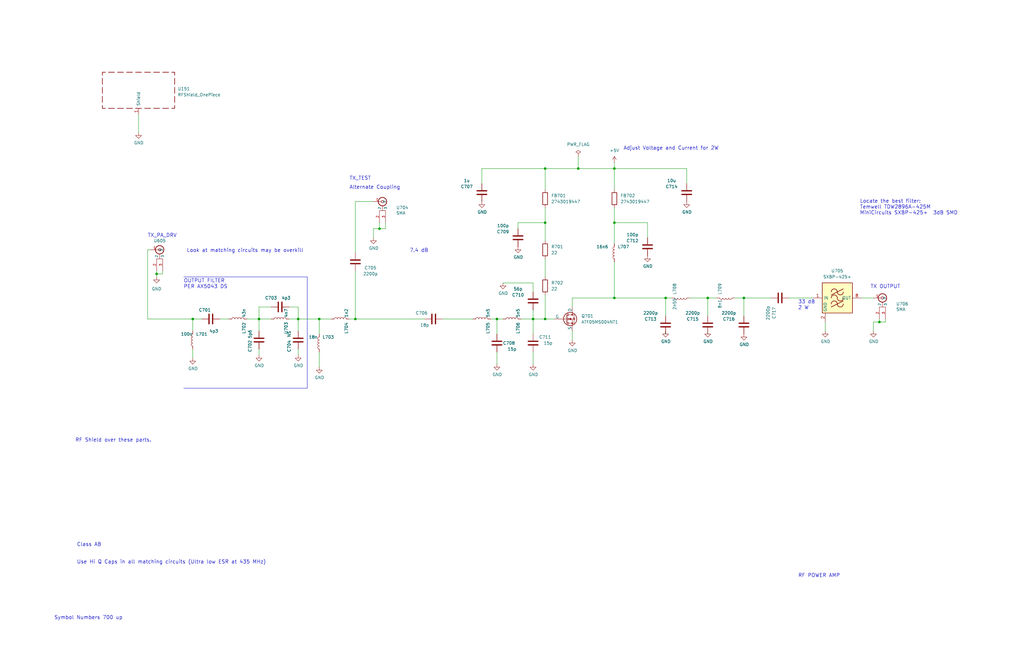
<source format=kicad_sch>
(kicad_sch (version 20230121) (generator eeschema)
  (paper "USLedger")
  (title_block (title "Radiation Tolerant PacSat Communication") (date "2023-06-17") (rev "A") (company "AMSAT-NA") (comment 1 "N5BRG"))
  (lib_symbols
    (symbol "Device:C" (pin_numbers hide) (pin_names (offset 0.254))
      (property "Reference" "C" (at 0.635 2.54 0))
      (property "Value" "C" (at 0.635 -2.54 0))
      (symbol "C_0_1"
        (polyline (pts (xy -2.032 -0.762) (xy 2.032 -0.762)) (stroke (width 0.508)))
        (polyline (pts (xy -2.032 0.762) (xy 2.032 0.762)) (stroke (width 0.508)))
      )
      (symbol "C_1_1"
        (pin passive line (at 0 3.81 270) (length 2.794) (name "~") (number "1"))
        (pin passive line (at 0 -3.81 90) (length 2.794) (name "~") (number "2"))
      )
    )
    (symbol "Device:L" (pin_numbers hide) (pin_names (offset 1.016) hide)
      (property "Reference" "L" (at -1.27 0 90))
      (property "Value" "L" (at 1.905 0 90))
      (symbol "L_0_1"
        (arc (start 0 -2.54) (mid 0.6323 -1.905) (end 0 -1.27))
        (arc (start 0 -1.27) (mid 0.6323 -0.635) (end 0 0))
        (arc (start 0 0) (mid 0.6323 0.635) (end 0 1.27))
        (arc (start 0 1.27) (mid 0.6323 1.905) (end 0 2.54))
      )
      (symbol "L_1_1"
        (pin passive line (at 0 3.81 270) (length 1.27) (name "1") (number "1"))
        (pin passive line (at 0 -3.81 90) (length 1.27) (name "2") (number "2"))
      )
    )
    (symbol "Device:R" (pin_numbers hide) (pin_names (offset 0))
      (property "Reference" "R" (at 2.032 0 90))
      (property "Value" "R" (at 0 0 90))
      (symbol "R_0_1"
        (rectangle (start -1.016 -2.54) (end 1.016 2.54) (stroke (width 0.254)))
      )
      (symbol "R_1_1"
        (pin passive line (at 0 3.81 270) (length 1.27) (name "~") (number "1"))
        (pin passive line (at 0 -3.81 90) (length 1.27) (name "~") (number "2"))
      )
    )
    (symbol "Device:RFShield_OnePiece" (pin_names (offset 1.016))
      (property "Reference" "J" (at 0 5.08 0))
      (property "Value" "RFShield_OnePiece" (at 0 2.54 0))
      (symbol "RFShield_OnePiece_0_1"
        (polyline (pts (xy -15.24 -5.08) (xy -15.24 -2.54)) (stroke (width 0.254)))
        (polyline (pts (xy -15.24 -1.27) (xy -15.24 1.27)) (stroke (width 0.254)))
        (polyline (pts (xy -15.24 2.54) (xy -15.24 5.08)) (stroke (width 0.254)))
        (polyline (pts (xy -12.7 7.62) (xy -10.16 7.62)) (stroke (width 0.254)))
        (polyline (pts (xy -10.16 -7.62) (xy -12.7 -7.62)) (stroke (width 0.254)))
        (polyline (pts (xy -6.35 -7.62) (xy -8.89 -7.62)) (stroke (width 0.254)))
        (polyline (pts (xy -6.35 7.62) (xy -8.89 7.62)) (stroke (width 0.254)))
        (polyline (pts (xy -2.54 -7.62) (xy -5.08 -7.62)) (stroke (width 0.254)))
        (polyline (pts (xy -2.54 7.62) (xy -5.08 7.62)) (stroke (width 0.254)))
        (polyline (pts (xy -1.27 -7.62) (xy 1.27 -7.62)) (stroke (width 0.254)))
        (polyline (pts (xy 1.27 7.62) (xy -1.27 7.62)) (stroke (width 0.254)))
        (polyline (pts (xy 2.54 -7.62) (xy 5.08 -7.62)) (stroke (width 0.254)))
        (polyline (pts (xy 5.08 7.62) (xy 2.54 7.62)) (stroke (width 0.254)))
        (polyline (pts (xy 6.35 -7.62) (xy 8.89 -7.62)) (stroke (width 0.254)))
        (polyline (pts (xy 8.89 7.62) (xy 6.35 7.62)) (stroke (width 0.254)))
        (polyline (pts (xy 10.16 -7.62) (xy 12.7 -7.62)) (stroke (width 0.254)))
        (polyline (pts (xy 12.7 7.62) (xy 10.16 7.62)) (stroke (width 0.254)))
        (polyline (pts (xy 15.24 -5.08) (xy 15.24 -2.54)) (stroke (width 0.254)))
        (polyline (pts (xy 15.24 -1.27) (xy 15.24 1.27)) (stroke (width 0.254)))
        (polyline (pts (xy 15.24 2.54) (xy 15.24 5.08)) (stroke (width 0.254)))
        (polyline (pts (xy -15.24 6.35) (xy -15.24 7.62) (xy -13.97 7.62)) (stroke (width 0.254)))
        (polyline (pts (xy -13.97 -7.62) (xy -15.24 -7.62) (xy -15.24 -6.35)) (stroke (width 0.254)))
        (polyline (pts (xy 13.97 -7.62) (xy 15.24 -7.62) (xy 15.24 -6.35)) (stroke (width 0.254)))
        (polyline (pts (xy 15.24 6.35) (xy 15.24 7.62) (xy 13.97 7.62)) (stroke (width 0.254)))
      )
      (symbol "RFShield_OnePiece_1_1"
        (pin passive line (at 0 -10.16 90) (length 2.54) (name "Shield") (number "1"))
      )
    )
    (symbol "PACSAT_DEV_misc:NMOS" (pin_numbers hide) (pin_names (offset 0))
      (property "Reference" "Q?" (at 6.35 1.27 0))
      (property "Value" "ATF05MS004NT1" (at 6.35 -1.27 0))
      (symbol "NMOS_0_1"
        (polyline (pts (xy 0.254 0) (xy -2.54 0)))
        (polyline (pts (xy 0.254 1.905) (xy 0.254 -1.905)) (stroke (width 0.254)))
        (polyline (pts (xy 0.762 -1.27) (xy 0.762 -2.286)) (stroke (width 0.254)))
        (polyline (pts (xy 0.762 0.508) (xy 0.762 -0.508)) (stroke (width 0.254)))
        (polyline (pts (xy 0.762 2.286) (xy 0.762 1.27)) (stroke (width 0.254)))
        (polyline (pts (xy 2.54 2.54) (xy 2.54 1.778)))
        (polyline (pts (xy 2.54 -2.54) (xy 2.54 0) (xy 0.762 0)))
        (polyline (pts (xy 0.762 -1.778) (xy 3.302 -1.778) (xy 3.302 1.778) (xy 0.762 1.778)))
        (polyline (pts (xy 1.016 0) (xy 2.032 0.381) (xy 2.032 -0.381) (xy 1.016 0)) (fill (type outline)))
        (polyline (pts (xy 2.794 0.508) (xy 2.921 0.381) (xy 3.683 0.381) (xy 3.81 0.254)))
        (polyline (pts (xy 3.302 0.381) (xy 2.921 -0.254) (xy 3.683 -0.254) (xy 3.302 0.381)))
        (circle (center 1.651 0) (radius 2.794) (stroke (width 0.254)))
        (circle (center 2.54 -1.778) (radius 0.254) (fill (type outline)))
        (circle (center 2.54 1.778) (radius 0.254) (fill (type outline)))
      )
      (symbol "NMOS_1_1"
        (pin input line (at -5.08 0 0) (length 2.54) (name "G") (number "1"))
        (pin passive line (at 2.54 -5.08 90) (length 2.54) (name "S") (number "2"))
        (pin passive line (at 2.54 5.08 270) (length 2.54) (name "D") (number "3"))
      )
    )
    (symbol "PACSAT_DEV_misc:U_FL"
      (property "Reference" "U" (at -3.81 2.54 0))
      (symbol "U_FL_0_1"
        (polyline (pts (xy -1.27 -3.81) (xy 1.27 -3.81)))
        (polyline (pts (xy 0 -3.81) (xy 0 -1.778)))
        (circle (center 0 0) (radius 0.508) (stroke (width 0.2032)))
        (circle (center 0 0) (radius 1.778) (stroke (width 0.3048)))
      )
      (symbol "U_FL_1_1"
        (pin bidirectional line (at -3.81 0 0) (length 3.302) (name "In") (number "1"))
        (pin power_in line (at -1.27 -8.89 90) (length 5.08) (name "2") (number "2"))
        (pin power_in line (at 1.27 -8.89 90) (length 5.08) (name "3") (number "3"))
      )
    )
    (symbol "RF_Filter:SXBP-202"
      (property "Reference" "U" (at -6.35 7.62 0))
      (property "Value" "SXBP-202" (at 6.35 7.62 0))
      (symbol "SXBP-202_0_1"
        (rectangle (start -6.35 6.35) (end 6.35 -6.35) (stroke (width 0.254)) (fill (type background)))
        (arc (start 0 -2.54) (mid -1.27 -1.2755) (end -2.54 -2.54) (stroke (width 0.254)))
        (arc (start 0 -2.54) (mid 1.27 -3.8045) (end 2.54 -2.54) (stroke (width 0.254)))
        (arc (start 0 0) (mid -1.27 1.2645) (end -2.54 0) (stroke (width 0.254)))
        (polyline (pts (xy -2.54 -3.81) (xy 2.54 -1.27)) (stroke (width 0.254)))
        (polyline (pts (xy -2.54 1.27) (xy 2.54 3.81)) (stroke (width 0.254)))
        (arc (start 0 0) (mid 1.27 -1.2645) (end 2.54 0) (stroke (width 0.254)))
        (arc (start 0 2.54) (mid -1.27 3.8045) (end -2.54 2.54) (stroke (width 0.254)))
        (arc (start 0 2.54) (mid 1.27 1.2755) (end 2.54 2.54) (stroke (width 0.254)))
      )
      (symbol "SXBP-202_1_1"
        (pin input line (at -10.16 0 0) (length 3.81) (name "IN") (number "1"))
        (pin power_in line (at -5.08 -10.16 90) (length 3.81) (name "GND") (number "2"))
        (pin passive line (at -5.08 -10.16 90) (length 3.81) hide (name "GND") (number "3"))
        (pin passive line (at -5.08 -10.16 90) (length 3.81) hide (name "GND") (number "4"))
        (pin passive line (at -5.08 -10.16 90) (length 3.81) hide (name "GND") (number "5"))
        (pin passive line (at -5.08 -10.16 90) (length 3.81) hide (name "GND") (number "6"))
        (pin passive line (at -5.08 -10.16 90) (length 3.81) hide (name "GND") (number "7"))
        (pin output line (at 10.16 0 180) (length 3.81) (name "OUT") (number "8"))
      )
    )
    (symbol "power:+5V" (power) (pin_names (offset 0))
      (property "Value" "+5V" (at 0 3.556 0))
      (symbol "+5V_0_1"
        (polyline (pts (xy -0.762 1.27) (xy 0 2.54)))
        (polyline (pts (xy 0 0) (xy 0 2.54)))
        (polyline (pts (xy 0 2.54) (xy 0.762 1.27)))
      )
      (symbol "+5V_1_1"
        (pin power_in line (at 0 0 90) (length 0) hide (name "+5V") (number "1"))
      )
    )
    (symbol "power:GND" (power) (pin_names (offset 0))
      (property "Value" "GND" (at 0 -3.81 0))
      (symbol "GND_0_1"
        (polyline (pts (xy 0 0) (xy 0 -1.27) (xy 1.27 -1.27) (xy 0 -2.54) (xy -1.27 -1.27) (xy 0 -1.27)))
      )
      (symbol "GND_1_1"
        (pin power_in line (at 0 0 270) (length 0) hide (name "GND") (number "1"))
      )
    )
    (symbol "power:PWR_FLAG" (power) (pin_numbers hide) (pin_names (offset 0) hide)
      (property "Value" "PWR_FLAG" (at 0 3.81 0))
      (symbol "PWR_FLAG_0_0"
        (pin power_out line (at 0 0 90) (length 0) (name "pwr") (number "1"))
      )
      (symbol "PWR_FLAG_0_1"
        (polyline (pts (xy 0 0) (xy 0 1.27) (xy -1.016 1.905) (xy 0 2.54) (xy 1.016 1.905) (xy 0 1.27)))
      )
    )
  )
  (junction (at 259.08 125.73))
  (junction (at 209.55 134.62))
  (junction (at 280.67 125.73))
  (junction (at 109.22 134.62))
  (junction (at 160.02 96.52))
  (junction (at 125.73 134.62))
  (junction (at 298.45 125.73))
  (junction (at 370.84 135.89))
  (junction (at 229.87 71.12))
  (junction (at 259.08 71.12))
  (junction (at 229.87 93.98))
  (junction (at 134.62 134.62))
  (junction (at 229.87 134.62))
  (junction (at 149.86 134.62))
  (junction (at 224.79 134.62))
  (junction (at 243.84 71.12))
  (junction (at 259.08 93.98))
  (junction (at 313.69 125.73))
  (junction (at 81.28 134.62))
  (junction (at 66.04 115.57))
  (wire (pts (xy 68.58 114.3) (xy 68.58 115.57)))
  (wire (pts (xy 209.55 134.62) (xy 209.55 140.97)))
  (wire (pts (xy 149.86 114.3) (xy 149.86 134.62)))
  (wire (pts (xy 224.79 134.62) (xy 229.87 134.62)))
  (wire (pts (xy 289.56 77.47) (xy 289.56 71.12)))
  (wire (pts (xy 186.69 134.62) (xy 199.39 134.62)))
  (wire (pts (xy 229.87 71.12) (xy 243.84 71.12)))
  (wire (pts (xy 243.84 66.04) (xy 243.84 71.12)))
  (wire (pts (xy 273.05 93.98) (xy 273.05 100.33)))
  (wire (pts (xy 243.84 71.12) (xy 259.08 71.12)))
  (wire (pts (xy 149.86 134.62) (xy 179.07 134.62)))
  (wire (pts (xy 157.48 96.52) (xy 157.48 100.33)))
  (wire (pts (xy 66.04 115.57) (xy 68.58 115.57)))
  (wire (pts (xy 259.08 87.63) (xy 259.08 93.98)))
  (wire (pts (xy 229.87 124.46) (xy 229.87 134.62)))
  (wire (pts (xy 162.56 96.52) (xy 162.56 93.98)))
  (wire (pts (xy 290.83 125.73) (xy 298.45 125.73)))
  (wire (pts (xy 207.01 134.62) (xy 209.55 134.62)))
  (wire (pts (xy 280.67 133.35) (xy 280.67 125.73)))
  (wire (pts (xy 134.62 148.59) (xy 134.62 154.94)))
  (wire (pts (xy 259.08 110.49) (xy 259.08 125.73)))
  (wire (pts (xy 66.04 115.57) (xy 66.04 116.84)))
  (wire (pts (xy 373.38 135.89) (xy 373.38 134.62)))
  (wire (pts (xy 370.84 135.89) (xy 373.38 135.89)))
  (wire (pts (xy 125.73 134.62) (xy 125.73 139.7)))
  (wire (pts (xy 309.88 125.73) (xy 313.69 125.73)))
  (wire (pts (xy 121.92 129.54) (xy 125.73 129.54)))
  (wire (pts (xy 368.3 135.89) (xy 370.84 135.89)))
  (wire (pts (xy 298.45 140.97) (xy 298.45 139.7)))
  (wire (pts (xy 370.84 135.89) (xy 370.84 134.62)))
  (wire (pts (xy 298.45 125.73) (xy 302.26 125.73)))
  (wire (pts (xy 229.87 93.98) (xy 229.87 101.6)))
  (polyline (pts (xy 129.54 116.84) (xy 129.54 163.83)))
  (wire (pts (xy 109.22 134.62) (xy 114.3 134.62)))
  (wire (pts (xy 368.3 135.89) (xy 368.3 139.7)))
  (wire (pts (xy 347.98 139.7) (xy 347.98 135.89)))
  (wire (pts (xy 203.2 71.12) (xy 229.87 71.12)))
  (wire (pts (xy 313.69 125.73) (xy 325.12 125.73)))
  (wire (pts (xy 147.32 134.62) (xy 149.86 134.62)))
  (wire (pts (xy 313.69 125.73) (xy 313.69 133.35)))
  (wire (pts (xy 224.79 119.38) (xy 212.09 119.38)))
  (wire (pts (xy 229.87 87.63) (xy 229.87 93.98)))
  (wire (pts (xy 125.73 134.62) (xy 134.62 134.62)))
  (polyline (pts (xy 129.54 163.83) (xy 77.47 163.83)))
  (wire (pts (xy 259.08 71.12) (xy 259.08 68.58)))
  (wire (pts (xy 66.04 114.3) (xy 66.04 115.57)))
  (wire (pts (xy 160.02 96.52) (xy 160.02 93.98)))
  (wire (pts (xy 259.08 93.98) (xy 259.08 102.87)))
  (wire (pts (xy 259.08 71.12) (xy 259.08 80.01)))
  (wire (pts (xy 229.87 109.22) (xy 229.87 116.84)))
  (wire (pts (xy 259.08 125.73) (xy 280.67 125.73)))
  (wire (pts (xy 241.3 129.54) (xy 241.3 125.73)))
  (wire (pts (xy 160.02 96.52) (xy 162.56 96.52)))
  (wire (pts (xy 203.2 71.12) (xy 203.2 77.47)))
  (wire (pts (xy 104.14 134.62) (xy 109.22 134.62)))
  (wire (pts (xy 149.86 85.09) (xy 149.86 106.68)))
  (wire (pts (xy 224.79 123.19) (xy 224.79 119.38)))
  (wire (pts (xy 81.28 134.62) (xy 81.28 139.7)))
  (wire (pts (xy 229.87 134.62) (xy 233.68 134.62)))
  (wire (pts (xy 134.62 134.62) (xy 139.7 134.62)))
  (wire (pts (xy 241.3 125.73) (xy 259.08 125.73)))
  (wire (pts (xy 224.79 134.62) (xy 224.79 130.81)))
  (wire (pts (xy 81.28 147.32) (xy 81.28 151.13)))
  (wire (pts (xy 92.71 134.62) (xy 96.52 134.62)))
  (wire (pts (xy 157.48 96.52) (xy 160.02 96.52)))
  (wire (pts (xy 134.62 134.62) (xy 134.62 140.97)))
  (wire (pts (xy 62.23 105.41) (xy 62.23 134.62)))
  (wire (pts (xy 241.3 139.7) (xy 241.3 143.51)))
  (wire (pts (xy 298.45 125.73) (xy 298.45 133.35)))
  (wire (pts (xy 109.22 147.32) (xy 109.22 149.86)))
  (wire (pts (xy 109.22 129.54) (xy 109.22 134.62)))
  (wire (pts (xy 109.22 134.62) (xy 109.22 139.7)))
  (wire (pts (xy 218.44 96.52) (xy 218.44 93.98)))
  (wire (pts (xy 224.79 148.59) (xy 224.79 153.67)))
  (wire (pts (xy 63.5 105.41) (xy 62.23 105.41)))
  (wire (pts (xy 157.48 85.09) (xy 149.86 85.09)))
  (wire (pts (xy 280.67 140.97) (xy 280.67 139.7)))
  (wire (pts (xy 58.42 48.26) (xy 58.42 55.88)))
  (wire (pts (xy 332.74 125.73) (xy 342.9 125.73)))
  (wire (pts (xy 209.55 134.62) (xy 212.09 134.62)))
  (wire (pts (xy 109.22 129.54) (xy 114.3 129.54)))
  (wire (pts (xy 224.79 134.62) (xy 224.79 140.97)))
  (wire (pts (xy 219.71 134.62) (xy 224.79 134.62)))
  (wire (pts (xy 209.55 148.59) (xy 209.55 153.67)))
  (polyline (pts (xy 77.47 116.84) (xy 129.54 116.84)))
  (wire (pts (xy 280.67 125.73) (xy 283.21 125.73)))
  (wire (pts (xy 125.73 129.54) (xy 125.73 134.62)))
  (wire (pts (xy 259.08 93.98) (xy 273.05 93.98)))
  (wire (pts (xy 218.44 93.98) (xy 229.87 93.98)))
  (wire (pts (xy 363.22 125.73) (xy 368.3 125.73)))
  (wire (pts (xy 125.73 147.32) (xy 125.73 149.86)))
  (wire (pts (xy 62.23 134.62) (xy 81.28 134.62)))
  (wire (pts (xy 229.87 71.12) (xy 229.87 80.01)))
  (wire (pts (xy 121.92 134.62) (xy 125.73 134.62)))
  (wire (pts (xy 81.28 134.62) (xy 85.09 134.62)))
  (wire (pts (xy 289.56 71.12) (xy 259.08 71.12)))
  (text "Adjust Voltage and Current for 2W" (at 262.89 63.5 0) (effects (font (size 1.524 1.524)) (justify left bottom)))
  (text "Symbol Numbers 700 up" (at 22.86 261.62 0) (effects (font (size 1.524 1.524)) (justify left bottom)))
  (text "RF Shield over these parts." (at 31.75 186.69 0) (effects (font (size 1.524 1.524)) (justify left bottom)))
  (text "OUTPUT FILTER\nPER AX5043 DS" (at 77.47 121.92 0) (effects (font (size 1.524 1.524)) (justify left bottom)))
  (text "Look at matching circuits may be overkill" (at 78.74 106.68 0) (effects (font (size 1.524 1.524)) (justify left bottom)))
  (text "RF POWER AMP" (at 336.55 243.84 0) (effects (font (size 1.524 1.524)) (justify left bottom)))
  (text "Locate the best filter:\nTemwell TDW2896A-425M\nMiniCircuits SXBP-425+  3dB SMD" (at 362.585 90.805 0) (effects (font (size 1.524 1.524)) (justify left bottom)))
  (text "33 dB\n2 W" (at 336.55 130.81 0) (effects (font (size 1.524 1.524)) (justify left bottom)))
  (text "TX OUTPUT" (at 367.03 121.92 0) (effects (font (size 1.524 1.524)) (justify left bottom)))
  (text "7.4 dB" (at 172.72 106.68 0) (effects (font (size 1.524 1.524)) (justify left bottom)))
  (text "Alternate Coupling" (at 147.32 80.01 0) (effects (font (size 1.524 1.524)) (justify left bottom)))
  (text "\nClass AB \n\n\nUse Hi Q Caps in all matching circuits (Ultra low ESR at 435 MHz)" (at 32.385 238.125 0) (effects (font (size 1.524 1.524)) (justify left bottom)))
  (text "TX_PA_DRV" (at 62.23 100.33 0) (effects (font (size 1.524 1.524)) (justify left bottom)))
  (text "TX_TEST" (at 147.32 76.2 0) (effects (font (size 1.524 1.524)) (justify left bottom)))
  (symbol (lib_id "Device:C") (at 109.22 143.51 180) (unit 1)
    (property "Reference" "C702" (at 105.41 146.05 90))
    (property "Value" "5p6" (at 105.41 140.97 90))
    (property "Footprint" "Capacitor_SMD:C_0603_1608Metric_Pad1.08x0.95mm_HandSolder" (effects hide))
  )
  (symbol (lib_id "Device:C") (at 125.73 143.51 0) (unit 1)
    (property "Reference" "C704" (at 121.92 146.05 90))
    (property "Value" "NS" (at 121.92 140.97 90))
    (property "Footprint" "Capacitor_SMD:C_0603_1608Metric_Pad1.08x0.95mm_HandSolder" (effects hide))
  )
  (symbol (lib_id "Device:L") (at 100.33 134.62 90) (unit 1)
    (property "Reference" "L702" (at 102.87 138.43 0))
    (property "Value" "43n" (at 102.87 132.08 0))
    (property "Footprint" "PacSatDev_misc:L_Murata_LQH2MCNxxxx02_2.0x1.6mm" (effects hide))
  )
  (symbol (lib_id "Device:C") (at 88.9 134.62 90) (unit 1)
    (property "Reference" "C701" (at 86.36 130.81 90))
    (property "Value" "4p3" (at 90.17 139.7 90))
    (property "Footprint" "Capacitor_SMD:C_0603_1608Metric_Pad1.08x0.95mm_HandSolder" (effects hide))
  )
  (symbol (lib_id "Device:L") (at 118.11 134.62 90) (unit 1)
    (property "Reference" "U703" (at 120.65 138.43 0))
    (property "Value" "4n7" (at 120.65 132.08 0))
    (property "Footprint" "PacSatDev_misc:L_Murata_LQH2MCNxxxx02_2.0x1.6mm" (effects hide))
  )
  (symbol (lib_id "power:GND") (at 109.22 149.86 0) (unit 1)
    (property "Reference" "#PWR0704" (effects hide))
    (property "Value" "GND" (at 109.347 154.2542 0))
  )
  (symbol (lib_id "power:GND") (at 125.73 149.86 0) (unit 1)
    (property "Reference" "#PWR0705" (effects hide))
    (property "Value" "GND" (at 125.857 154.2542 0))
  )
  (symbol (lib_id "Device:L") (at 81.28 143.51 180) (unit 1)
    (property "Reference" "L701" (at 85.09 140.97 0))
    (property "Value" "100n" (at 78.74 140.97 0))
    (property "Footprint" "PacSatDev_murata:L_0603" (effects hide))
  )
  (symbol (lib_id "power:GND") (at 81.28 151.13 0) (unit 1)
    (property "Reference" "#PWR0703" (effects hide))
    (property "Value" "GND" (at 81.407 155.5242 0))
  )
  (symbol (lib_id "Device:C") (at 118.11 129.54 90) (unit 1)
    (property "Reference" "C703" (at 114.3 125.73 90))
    (property "Value" "4p3" (at 120.65 125.73 90))
    (property "Footprint" "Capacitor_SMD:C_0603_1608Metric_Pad1.08x0.95mm_HandSolder" (effects hide))
  )
  (symbol (lib_id "Device:C") (at 203.2 81.28 0) (unit 1)
    (property "Reference" "C707" (at 196.85 78.74 0))
    (property "Value" "1u" (at 196.85 76.2 0))
    (property "Footprint" "Capacitor_SMD:C_0603_1608Metric_Pad1.08x0.95mm_HandSolder" (effects hide))
  )
  (symbol (lib_id "power:GND") (at 313.69 140.97 0) (unit 1)
    (property "Reference" "#PWR0720" (effects hide))
    (property "Value" "GND" (at 313.817 145.3642 0))
  )
  (symbol (lib_id "Device:L") (at 287.02 125.73 270) (unit 1)
    (property "Reference" "L708" (at 284.48 121.92 0))
    (property "Value" "2n55" (at 284.48 128.27 0))
    (property "Footprint" "PacSatDev_misc:L_Murata_LQH2MCNxxxx02_2.0x1.6mm" (effects hide))
  )
  (symbol (lib_id "Device:L") (at 215.9 134.62 90) (unit 1)
    (property "Reference" "L706" (at 218.44 138.43 0))
    (property "Value" "5n5" (at 218.44 132.08 0))
    (property "Footprint" "PacSatDev_misc:L_Murata_LQH2MCNxxxx02_2.0x1.6mm" (effects hide))
  )
  (symbol (lib_id "Device:C") (at 280.67 137.16 0) (unit 1)
    (property "Reference" "C713" (at 274.32 134.62 0))
    (property "Value" "2200p" (at 274.32 132.08 0))
    (property "Footprint" "Capacitor_SMD:C_0603_1608Metric_Pad1.08x0.95mm_HandSolder" (effects hide))
  )
  (symbol (lib_id "power:GND") (at 66.04 116.84 0) (unit 1)
    (property "Reference" "#PWR0614" (effects hide))
    (property "Value" "GND" (at 66.04 121.92 0))
    (instances (project "pACsAT_dEV_rEVc_230907" (path "" (reference "#PWR0614") (unit 1)) (path "" (reference "#PWR0702") (unit 1))))
  )
  (symbol (lib_id "power:GND") (at 273.05 107.95 0) (unit 1)
    (property "Reference" "#PWR0716" (effects hide))
    (property "Value" "GND" (at 273.177 112.3442 0))
  )
  (symbol (lib_id "Device:R") (at 259.08 83.82 0) (unit 1)
    (property "Reference" "FB702" (at 261.62 82.55 0) (effects (justify left)))
    (property "Value" "2743019447" (at 261.62 85.09 0) (effects (justify left)))
    (property "Footprint" "Resistor_SMD:R_0603_1608Metric_Pad0.98x0.95mm_HandSolder" (effects hide))
  )
  (symbol (lib_id "Device:C") (at 289.56 81.28 0) (unit 1)
    (property "Reference" "C714" (at 283.21 78.74 0))
    (property "Value" "10u" (at 283.21 76.2 0))
    (property "Footprint" "Capacitor_SMD:C_0603_1608Metric_Pad1.08x0.95mm_HandSolder" (effects hide))
  )
  (symbol (lib_id "power:GND") (at 212.09 119.38 0) (unit 1)
    (property "Reference" "#PWR0710" (effects hide))
    (property "Value" "GND" (at 212.217 123.7742 0))
  )
  (symbol (lib_id "power:GND") (at 218.44 104.14 0) (unit 1)
    (property "Reference" "#PWR0711" (effects hide))
    (property "Value" "GND" (at 218.567 108.5342 0))
  )
  (symbol (lib_id "PACSAT_DEV_misc:NMOS") (at 238.76 134.62 0) (unit 1)
    (property "Reference" "Q701" (at 245.11 133.35 0) (effects (justify left)))
    (property "Value" "ATF05MS004NT1" (at 245.11 135.89 0) (effects (justify left)))
    (property "Footprint" "Package_TO_SOT_SMD:SOT-89-3" (effects hide))
    (property "Datasheet" "https://ngspice.sourceforge.io/docs/ngspice-manual.pdf" (effects hide))
    (property "Sim.Device" "NMOS" (effects hide))
    (property "Sim.Type" "VDMOS" (effects hide))
    (property "Sim.Pins" "3=D 1=G 2=S" (effects hide))
  )
  (symbol (lib_id "Device:C") (at 182.88 134.62 270) (unit 1)
    (property "Reference" "C706" (at 177.8 132.08 90))
    (property "Value" "18p" (at 179.07 137.16 90))
    (property "Footprint" "Capacitor_SMD:C_0603_1608Metric_Pad1.08x0.95mm_HandSolder" (effects hide))
  )
  (symbol (lib_id "power:GND") (at 224.79 153.67 0) (unit 1)
    (property "Reference" "#PWR0712" (effects hide))
    (property "Value" "GND" (at 224.917 158.0642 0))
  )
  (symbol (lib_id "power:GND") (at 368.3 139.7 0) (unit 1)
    (property "Reference" "#PWR0722" (effects hide))
    (property "Value" "GND" (at 368.427 144.0942 0))
  )
  (symbol (lib_id "Device:L") (at 143.51 134.62 90) (unit 1)
    (property "Reference" "L704" (at 146.05 138.43 0))
    (property "Value" "1n2" (at 146.05 132.08 0))
    (property "Footprint" "PacSatDev_misc:L_Murata_LQH2MCNxxxx02_2.0x1.6mm" (effects hide))
  )
  (symbol (lib_id "Device:RFShield_OnePiece") (at 58.42 38.1 0) (unit 1)
    (property "Reference" "U151" (at 74.93 37.465 0) (effects (justify left)))
    (property "Value" "RFShield_OnePiece" (at 74.93 40.005 0) (effects (justify left)))
    (property "Footprint" "PacSatDev_misc:RF_SHIELD_PAD" (effects hide))
    (instances (project "pACsAT_dEV_rEVc_230907" (path "" (reference "U151") (unit 1)) (path "" (reference "U701") (unit 1))))
  )
  (symbol (lib_id "Device:L") (at 259.08 106.68 180) (unit 1)
    (property "Reference" "L707" (at 262.89 104.14 0))
    (property "Value" "16n6" (at 254 104.14 0))
    (property "Footprint" "PacSatDev_misc:L_Murata_LQH2MCNxxxx02_2.0x1.6mm" (effects hide))
  )
  (symbol (lib_id "Device:L") (at 134.62 144.78 180) (unit 1)
    (property "Reference" "L703" (at 138.43 142.24 0))
    (property "Value" "18n" (at 132.08 142.24 0))
    (property "Footprint" "PacSatDev_murata:L_0603" (effects hide))
  )
  (symbol (lib_id "PACSAT_DEV_misc:U_FL") (at 161.29 85.09 0) (unit 1)
    (property "Reference" "U704" (at 167.0558 87.6046 0) (effects (justify left)))
    (property "Value" "SMA" (at 167.0558 89.916 0) (effects (justify left)))
    (property "Footprint" "PacSatDev_misc:U_FL" (effects hide))
  )
  (symbol (lib_id "RF_Filter:SXBP-202") (at 353.06 125.73 0) (unit 1)
    (property "Reference" "U705" (at 353.06 114.3 0))
    (property "Value" "SXBP-425+" (at 353.06 116.84 0))
    (property "Footprint" "PacSatDev_misc:Mini-Circuits_HF1139_LandPatternPL-230" (effects hide))
    (property "Datasheet" "https://www.minicircuits.com/pdfs/SXBP-202+.pdf" (effects hide))
  )
  (symbol (lib_id "Device:C") (at 218.44 100.33 0) (unit 1)
    (property "Reference" "C709" (at 212.09 97.79 0))
    (property "Value" "100p" (at 212.09 95.25 0))
    (property "Footprint" "Capacitor_SMD:C_0603_1608Metric_Pad1.08x0.95mm_HandSolder" (effects hide))
  )
  (symbol (lib_id "power:GND") (at 347.98 139.7 0) (unit 1)
    (property "Reference" "#PWR0721" (effects hide))
    (property "Value" "GND" (at 348.107 144.0942 0))
  )
  (symbol (lib_id "power:GND") (at 298.45 139.7 0) (unit 1)
    (property "Reference" "#PWR0719" (effects hide))
    (property "Value" "GND" (at 298.577 144.0942 0))
  )
  (symbol (lib_id "Device:C") (at 224.79 127 0) (unit 1)
    (property "Reference" "C710" (at 218.44 124.46 0))
    (property "Value" "56p" (at 218.44 121.92 0))
    (property "Footprint" "Capacitor_SMD:C_0603_1608Metric_Pad1.08x0.95mm_HandSolder" (effects hide))
  )
  (symbol (lib_id "PACSAT_DEV_misc:U_FL") (at 67.31 105.41 0) (unit 1)
    (property "Reference" "U605" (at 64.77 101.6 0) (effects (justify left)))
    (property "Value" "~" (at 67.31 105.41 0))
    (property "Footprint" "PacSatDev_misc:U_FL" (effects hide))
    (instances (project "pACsAT_dEV_rEVc_230907" (path "" (reference "U605") (unit 1)) (path "" (reference "U702") (unit 1))))
  )
  (symbol (lib_id "Device:R") (at 229.87 105.41 0) (unit 1)
    (property "Reference" "R701" (at 232.41 104.14 0) (effects (justify left)))
    (property "Value" "22" (at 232.41 106.68 0) (effects (justify left)))
    (property "Footprint" "Resistor_SMD:R_0603_1608Metric_Pad0.98x0.95mm_HandSolder" (effects hide))
  )
  (symbol (lib_id "Device:C") (at 149.86 110.49 180) (unit 1)
    (property "Reference" "C705" (at 156.21 113.03 0))
    (property "Value" "2200p" (at 156.21 115.57 0))
    (property "Footprint" "Capacitor_SMD:C_0603_1608Metric_Pad1.08x0.95mm_HandSolder" (effects hide))
  )
  (symbol (lib_id "Device:C") (at 209.55 144.78 0) (unit 1)
    (property "Reference" "C708" (at 214.63 144.78 0))
    (property "Value" "15p" (at 215.9 147.32 0))
    (property "Footprint" "Capacitor_SMD:C_0603_1608Metric_Pad1.08x0.95mm_HandSolder" (effects hide))
  )
  (symbol (lib_id "power:GND") (at 58.42 55.88 0) (unit 1)
    (property "Reference" "#PWR0161" (effects hide))
    (property "Value" "GND" (at 58.547 60.2742 0))
    (instances (project "pACsAT_dEV_rEVc_230907" (path "" (reference "#PWR0161") (unit 1)) (path "" (reference "#PWR0701") (unit 1))))
  )
  (symbol (lib_id "power:GND") (at 280.67 139.7 0) (unit 1)
    (property "Reference" "#PWR0717" (effects hide))
    (property "Value" "GND" (at 280.797 144.0942 0))
  )
  (symbol (lib_id "Device:R") (at 229.87 83.82 0) (unit 1)
    (property "Reference" "FB701" (at 232.41 82.55 0) (effects (justify left)))
    (property "Value" "2743019447" (at 232.41 85.09 0) (effects (justify left)))
    (property "Footprint" "Resistor_SMD:R_0603_1608Metric_Pad0.98x0.95mm_HandSolder" (effects hide))
  )
  (symbol (lib_id "Device:R") (at 229.87 120.65 0) (unit 1)
    (property "Reference" "R702" (at 232.41 119.38 0) (effects (justify left)))
    (property "Value" "22" (at 232.41 121.92 0) (effects (justify left)))
    (property "Footprint" "Resistor_SMD:R_0603_1608Metric_Pad0.98x0.95mm_HandSolder" (effects hide))
  )
  (symbol (lib_id "power:GND") (at 203.2 85.09 0) (unit 1)
    (property "Reference" "#PWR0708" (effects hide))
    (property "Value" "GND" (at 203.327 89.4842 0))
  )
  (symbol (lib_id "Device:C") (at 224.79 144.78 0) (unit 1)
    (property "Reference" "C711" (at 229.87 142.24 0))
    (property "Value" "15p" (at 231.14 144.78 0))
    (property "Footprint" "Capacitor_SMD:C_0603_1608Metric_Pad1.08x0.95mm_HandSolder" (effects hide))
  )
  (symbol (lib_id "Device:C") (at 298.45 137.16 0) (unit 1)
    (property "Reference" "C715" (at 292.1 134.62 0))
    (property "Value" "2200p" (at 292.1 132.08 0))
    (property "Footprint" "Capacitor_SMD:C_0603_1608Metric_Pad1.08x0.95mm_HandSolder" (effects hide))
  )
  (symbol (lib_id "power:GND") (at 157.48 100.33 0) (unit 1)
    (property "Reference" "#PWR0707" (effects hide))
    (property "Value" "GND" (at 157.607 104.7242 0))
  )
  (symbol (lib_id "power:PWR_FLAG") (at 243.84 66.04 0) (unit 1)
    (property "Reference" "#FLG0701" (effects hide))
    (property "Value" "PWR_FLAG" (at 243.84 60.96 0))
  )
  (symbol (lib_id "power:GND") (at 241.3 143.51 0) (unit 1)
    (property "Reference" "#PWR0714" (effects hide))
    (property "Value" "GND" (at 241.427 147.9042 0))
  )
  (symbol (lib_id "power:GND") (at 289.56 85.09 0) (unit 1)
    (property "Reference" "#PWR0718" (effects hide))
    (property "Value" "GND" (at 289.687 89.4842 0))
  )
  (symbol (lib_id "Device:L") (at 306.07 125.73 270) (unit 1)
    (property "Reference" "L709" (at 303.53 121.92 0))
    (property "Value" "8n1" (at 303.53 128.27 0))
    (property "Footprint" "PacSatDev_misc:L_Murata_LQH2MCNxxxx02_2.0x1.6mm" (effects hide))
  )
  (symbol (lib_id "Device:L") (at 203.2 134.62 90) (unit 1)
    (property "Reference" "L705" (at 205.74 138.43 0))
    (property "Value" "5n5" (at 205.74 132.08 0))
    (property "Footprint" "PacSatDev_misc:L_Murata_LQH2MCNxxxx02_2.0x1.6mm" (effects hide))
  )
  (symbol (lib_id "power:GND") (at 134.62 154.94 0) (unit 1)
    (property "Reference" "#PWR0706" (effects hide))
    (property "Value" "GND" (at 134.747 159.3342 0))
  )
  (symbol (lib_id "Device:C") (at 328.93 125.73 90) (unit 1)
    (property "Reference" "C717" (at 326.39 132.08 0))
    (property "Value" "2200p" (at 323.85 132.08 0))
    (property "Footprint" "Capacitor_SMD:C_0603_1608Metric_Pad1.08x0.95mm_HandSolder" (effects hide))
  )
  (symbol (lib_id "power:GND") (at 209.55 153.67 0) (unit 1)
    (property "Reference" "#PWR0709" (effects hide))
    (property "Value" "GND" (at 209.677 158.0642 0))
  )
  (symbol (lib_id "power:+5V") (at 259.08 68.58 0) (unit 1)
    (property "Reference" "#PWR0715" (effects hide))
    (property "Value" "+5V" (at 259.08 63.5 0))
  )
  (symbol (lib_id "PACSAT_DEV_misc:U_FL") (at 372.11 125.73 0) (unit 1)
    (property "Reference" "U706" (at 377.8758 128.2446 0) (effects (justify left)))
    (property "Value" "SMA" (at 377.8758 130.556 0) (effects (justify left)))
    (property "Footprint" "PacSatDev_misc:U_FL" (effects hide))
  )
  (symbol (lib_id "Device:C") (at 313.69 137.16 0) (unit 1)
    (property "Reference" "C716" (at 307.34 134.62 0))
    (property "Value" "2200p" (at 307.34 132.08 0))
    (property "Footprint" "Capacitor_SMD:C_0603_1608Metric_Pad1.08x0.95mm_HandSolder" (effects hide))
  )
  (symbol (lib_id "Device:C") (at 273.05 104.14 0) (unit 1)
    (property "Reference" "C712" (at 266.7 101.6 0))
    (property "Value" "100p" (at 266.7 99.06 0))
    (property "Footprint" "Capacitor_SMD:C_0603_1608Metric_Pad1.08x0.95mm_HandSolder" (effects hide))
  )
)
</source>
